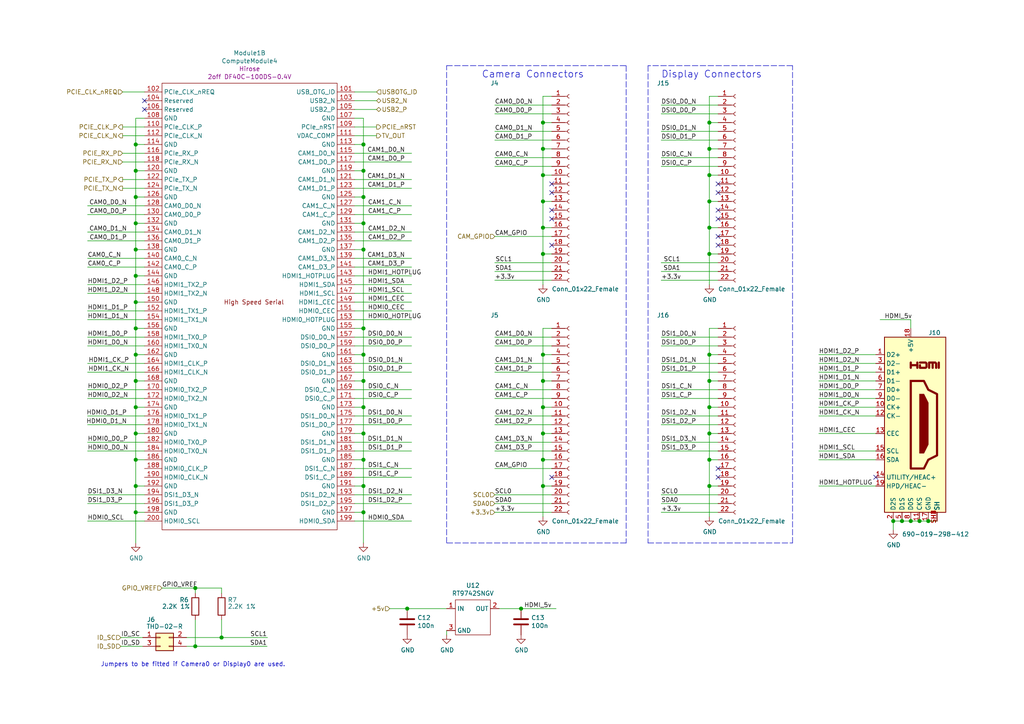
<source format=kicad_sch>
(kicad_sch (version 20250114) (generator "eeschema") (generator_version "9.0")
  (paper "A4")
  (title_block (title "Compute Module 4 IO USB3 Board - CM4 - Highspeed") (rev "1") (company "Copyright © 2020-2022 Raspberry Pi Ltd (formerly Raspberry Pi (Trading) Ltd.)") (comment 1 "www.raspberrypi.com"))
  (text "Jumpers to be fitted if Camera0 or Display0 are used.\n" (at 82.804 193.548 0) (effects (font (size 1.27 1.27)) (justify right bottom)))
  (text "Display Connectors" (at 191.77 22.86 0) (effects (font (size 2.0066 2.0066)) (justify left bottom)))
  (text "Camera Connectors" (at 139.7 22.86 0) (effects (font (size 2.0066 2.0066)) (justify left bottom)))
  (junction (at 205.74 58.42) (diameter 1.016))
  (junction (at 157.48 102.87) (diameter 1.016))
  (junction (at 157.48 50.8) (diameter 1.016))
  (junction (at 205.74 66.04) (diameter 1.016))
  (junction (at 39.37 148.59) (diameter 1.016))
  (junction (at 39.37 133.35) (diameter 1.016))
  (junction (at 205.74 43.18) (diameter 1.016))
  (junction (at 205.74 118.11) (diameter 1.016))
  (junction (at 105.41 133.35) (diameter 1.016))
  (junction (at 39.37 72.39) (diameter 1.016))
  (junction (at 64.262 184.912) (diameter 1.016))
  (junction (at 105.41 57.15) (diameter 1.016))
  (junction (at 157.48 43.18) (diameter 1.016))
  (junction (at 157.48 58.42) (diameter 1.016))
  (junction (at 205.74 140.97) (diameter 1.016))
  (junction (at 205.74 133.35) (diameter 1.016))
  (junction (at 105.41 148.59) (diameter 1.016))
  (junction (at 39.37 41.91) (diameter 1.016))
  (junction (at 205.74 102.87) (diameter 1.016))
  (junction (at 105.41 41.91) (diameter 1.016))
  (junction (at 157.48 125.73) (diameter 1.016))
  (junction (at 39.37 57.15) (diameter 1.016))
  (junction (at 105.41 102.87) (diameter 1.016))
  (junction (at 118.11 176.53) (diameter 1.016))
  (junction (at 105.41 125.73) (diameter 1.016))
  (junction (at 157.48 73.66) (diameter 1.016))
  (junction (at 157.48 118.11) (diameter 1.016))
  (junction (at 56.642 187.452) (diameter 1.016))
  (junction (at 39.37 80.01) (diameter 1.016))
  (junction (at 105.41 118.11) (diameter 1.016))
  (junction (at 157.48 35.56) (diameter 1.016))
  (junction (at 205.74 125.73) (diameter 1.016))
  (junction (at 56.642 170.561) (diameter 1.016))
  (junction (at 39.37 49.53) (diameter 1.016))
  (junction (at 266.7 151.13) (diameter 1.016))
  (junction (at 105.41 64.77) (diameter 1.016))
  (junction (at 261.62 151.13) (diameter 1.016))
  (junction (at 105.41 49.53) (diameter 1.016))
  (junction (at 39.37 140.97) (diameter 1.016))
  (junction (at 105.41 140.97) (diameter 1.016))
  (junction (at 157.48 133.35) (diameter 1.016))
  (junction (at 105.41 95.25) (diameter 1.016))
  (junction (at 157.48 66.04) (diameter 1.016))
  (junction (at 39.37 102.87) (diameter 1.016))
  (junction (at 205.74 50.8) (diameter 1.016))
  (junction (at 259.08 151.13) (diameter 1.016))
  (junction (at 39.37 118.11) (diameter 1.016))
  (junction (at 39.37 87.63) (diameter 1.016))
  (junction (at 264.16 151.13) (diameter 1.016))
  (junction (at 105.41 72.39) (diameter 1.016))
  (junction (at 205.74 73.66) (diameter 1.016))
  (junction (at 105.41 110.49) (diameter 1.016))
  (junction (at 39.37 64.77) (diameter 1.016))
  (junction (at 151.13 176.53) (diameter 1.016))
  (junction (at 205.74 110.49) (diameter 1.016))
  (junction (at 39.37 95.25) (diameter 1.016))
  (junction (at 269.24 151.13) (diameter 1.016))
  (junction (at 157.48 110.49) (diameter 1.016))
  (junction (at 205.74 35.56) (diameter 1.016))
  (junction (at 157.48 140.97) (diameter 1.016))
  (junction (at 39.37 125.73) (diameter 1.016))
  (junction (at 39.37 110.49) (diameter 1.016))
  (no_connect (at 41.91 29.21))
  (no_connect (at 160.02 138.43))
  (no_connect (at 208.28 68.58))
  (no_connect (at 208.28 53.34))
  (no_connect (at 160.02 63.5))
  (no_connect (at 208.28 138.43))
  (no_connect (at 208.28 60.96))
  (no_connect (at 254 138.43))
  (no_connect (at 160.02 71.12))
  (no_connect (at 160.02 55.88))
  (no_connect (at 41.91 31.75))
  (no_connect (at 208.28 71.12))
  (no_connect (at 208.28 63.5))
  (no_connect (at 160.02 53.34))
  (no_connect (at 208.28 55.88))
  (no_connect (at 208.28 135.89))
  (no_connect (at 160.02 60.96))
  (wire (pts (xy 191.77 107.95) (xy 208.28 107.95)))
  (wire (pts (xy 160.02 81.28) (xy 143.51 81.28)))
  (wire (pts (xy 102.87 146.05) (xy 119.38 146.05)))
  (wire (pts (xy 237.49 107.95) (xy 254 107.95)))
  (wire (pts (xy 25.4 113.03) (xy 41.91 113.03)))
  (wire (pts (xy 25.4 143.51) (xy 41.91 143.51)))
  (wire (pts (xy 157.48 110.49) (xy 157.48 118.11)))
  (wire (pts (xy 205.74 27.94) (xy 205.74 35.56)))
  (wire (pts (xy 102.87 39.37) (xy 109.22 39.37)))
  (wire (pts (xy 39.37 64.77) (xy 39.37 72.39)))
  (wire (pts (xy 39.37 140.97) (xy 39.37 148.59)))
  (wire (pts (xy 39.37 34.29) (xy 39.37 41.91)))
  (wire (pts (xy 119.38 54.61) (xy 102.87 54.61)))
  (wire (pts (xy 39.37 87.63) (xy 39.37 95.25)))
  (wire (pts (xy 157.48 66.04) (xy 157.48 73.66)))
  (wire (pts (xy 157.48 50.8) (xy 157.48 58.42)))
  (wire (pts (xy 41.91 120.65) (xy 25.4 120.65)))
  (wire (pts (xy 39.37 72.39) (xy 39.37 80.01)))
  (wire (pts (xy 39.37 102.87) (xy 39.37 110.49)))
  (wire (pts (xy 105.41 49.53) (xy 105.41 41.91)))
  (wire (pts (xy 143.51 48.26) (xy 160.02 48.26)))
  (wire (pts (xy 191.77 130.81) (xy 208.28 130.81)))
  (wire (pts (xy 102.87 31.75) (xy 109.22 31.75)))
  (wire (pts (xy 39.37 87.63) (xy 41.91 87.63)))
  (wire (pts (xy 41.91 62.23) (xy 25.4 62.23)))
  (wire (pts (xy 143.51 45.72) (xy 160.02 45.72)))
  (wire (pts (xy 160.02 68.58) (xy 143.51 68.58)))
  (wire (pts (xy 205.74 102.87) (xy 205.74 110.49)))
  (wire (pts (xy 157.48 133.35) (xy 160.02 133.35)))
  (wire (pts (xy 157.48 102.87) (xy 157.48 110.49)))
  (wire (pts (xy 39.37 110.49) (xy 39.37 118.11)))
  (wire (pts (xy 39.37 49.53) (xy 39.37 57.15)))
  (wire (pts (xy 39.37 133.35) (xy 41.91 133.35)))
  (wire (pts (xy 105.41 72.39) (xy 105.41 64.77)))
  (wire (pts (xy 118.11 176.53) (xy 129.54 176.53)))
  (wire (pts (xy 143.51 40.64) (xy 160.02 40.64)))
  (wire (pts (xy 119.38 120.65) (xy 102.87 120.65)))
  (polyline (pts (xy 181.61 19.05) (xy 181.61 157.48)) (stroke (width 0) (type dash)))
  (wire (pts (xy 205.74 35.56) (xy 208.28 35.56)))
  (wire (pts (xy 35.56 39.37) (xy 41.91 39.37)))
  (wire (pts (xy 39.37 110.49) (xy 41.91 110.49)))
  (wire (pts (xy 41.91 148.59) (xy 39.37 148.59)))
  (wire (pts (xy 157.48 125.73) (xy 157.48 133.35)))
  (wire (pts (xy 102.87 102.87) (xy 105.41 102.87)))
  (wire (pts (xy 144.78 176.53) (xy 151.13 176.53)))
  (wire (pts (xy 157.48 118.11) (xy 160.02 118.11)))
  (wire (pts (xy 39.37 57.15) (xy 39.37 64.77)))
  (wire (pts (xy 46.99 170.561) (xy 56.642 170.561)))
  (wire (pts (xy 25.4 115.57) (xy 41.91 115.57)))
  (wire (pts (xy 56.642 170.561) (xy 64.262 170.561)))
  (wire (pts (xy 56.642 179.705) (xy 56.642 187.452)))
  (wire (pts (xy 269.24 151.13) (xy 271.78 151.13)))
  (wire (pts (xy 208.28 81.28) (xy 191.77 81.28)))
  (wire (pts (xy 102.87 41.91) (xy 105.41 41.91)))
  (wire (pts (xy 191.77 97.79) (xy 208.28 97.79)))
  (wire (pts (xy 160.02 143.51) (xy 143.51 143.51)))
  (wire (pts (xy 157.48 50.8) (xy 160.02 50.8)))
  (wire (pts (xy 25.4 74.93) (xy 41.91 74.93)))
  (wire (pts (xy 25.4 128.27) (xy 41.91 128.27)))
  (wire (pts (xy 105.41 125.73) (xy 105.41 133.35)))
  (wire (pts (xy 205.74 58.42) (xy 208.28 58.42)))
  (wire (pts (xy 205.74 95.25) (xy 205.74 102.87)))
  (wire (pts (xy 237.49 130.81) (xy 254 130.81)))
  (wire (pts (xy 102.87 151.13) (xy 119.38 151.13)))
  (wire (pts (xy 64.262 170.561) (xy 64.262 172.085)))
  (wire (pts (xy 237.49 133.35) (xy 254 133.35)))
  (wire (pts (xy 157.48 43.18) (xy 157.48 50.8)))
  (wire (pts (xy 41.91 67.31) (xy 25.4 67.31)))
  (wire (pts (xy 105.41 118.11) (xy 105.41 125.73)))
  (wire (pts (xy 191.77 113.03) (xy 208.28 113.03)))
  (wire (pts (xy 102.87 87.63) (xy 119.38 87.63)))
  (wire (pts (xy 25.4 130.81) (xy 41.91 130.81)))
  (wire (pts (xy 54.102 187.452) (xy 56.642 187.452)))
  (wire (pts (xy 102.87 80.01) (xy 119.38 80.01)))
  (wire (pts (xy 259.08 151.13) (xy 259.08 153.67)))
  (wire (pts (xy 25.4 77.47) (xy 41.91 77.47)))
  (polyline (pts (xy 187.96 19.05) (xy 187.96 157.48)) (stroke (width 0) (type dash)))
  (wire (pts (xy 160.02 78.74) (xy 143.51 78.74)))
  (wire (pts (xy 237.49 110.49) (xy 254 110.49)))
  (wire (pts (xy 41.91 69.85) (xy 25.4 69.85)))
  (wire (pts (xy 143.51 135.89) (xy 160.02 135.89)))
  (wire (pts (xy 105.41 148.59) (xy 105.41 157.48)))
  (wire (pts (xy 191.77 48.26) (xy 208.28 48.26)))
  (wire (pts (xy 41.91 44.45) (xy 35.56 44.45)))
  (wire (pts (xy 119.38 77.47) (xy 102.87 77.47)))
  (wire (pts (xy 151.13 176.53) (xy 161.29 176.53)))
  (wire (pts (xy 56.642 170.561) (xy 56.642 172.085)))
  (wire (pts (xy 102.87 133.35) (xy 105.41 133.35)))
  (wire (pts (xy 35.56 54.61) (xy 41.91 54.61)))
  (wire (pts (xy 205.74 118.11) (xy 205.74 125.73)))
  (wire (pts (xy 102.87 90.17) (xy 119.38 90.17)))
  (wire (pts (xy 129.54 182.88) (xy 129.54 184.15)))
  (wire (pts (xy 205.74 35.56) (xy 205.74 43.18)))
  (wire (pts (xy 237.49 140.97) (xy 254 140.97)))
  (wire (pts (xy 39.37 64.77) (xy 41.91 64.77)))
  (wire (pts (xy 119.38 44.45) (xy 102.87 44.45)))
  (wire (pts (xy 205.74 133.35) (xy 208.28 133.35)))
  (wire (pts (xy 102.87 49.53) (xy 105.41 49.53)))
  (wire (pts (xy 119.38 128.27) (xy 102.87 128.27)))
  (wire (pts (xy 143.51 128.27) (xy 160.02 128.27)))
  (wire (pts (xy 25.4 100.33) (xy 41.91 100.33)))
  (wire (pts (xy 143.51 105.41) (xy 160.02 105.41)))
  (wire (pts (xy 208.28 146.05) (xy 191.77 146.05)))
  (wire (pts (xy 191.77 105.41) (xy 208.28 105.41)))
  (wire (pts (xy 237.49 105.41) (xy 254 105.41)))
  (wire (pts (xy 41.91 46.99) (xy 35.56 46.99)))
  (wire (pts (xy 105.41 95.25) (xy 105.41 102.87)))
  (wire (pts (xy 143.51 123.19) (xy 160.02 123.19)))
  (wire (pts (xy 143.51 107.95) (xy 160.02 107.95)))
  (wire (pts (xy 39.37 118.11) (xy 39.37 125.73)))
  (wire (pts (xy 205.74 43.18) (xy 208.28 43.18)))
  (wire (pts (xy 25.4 85.09) (xy 41.91 85.09)))
  (wire (pts (xy 39.37 41.91) (xy 41.91 41.91)))
  (polyline (pts (xy 129.54 19.05) (xy 181.61 19.05)) (stroke (width 0) (type dash)))
  (wire (pts (xy 157.48 58.42) (xy 157.48 66.04)))
  (wire (pts (xy 41.91 140.97) (xy 39.37 140.97)))
  (wire (pts (xy 208.28 148.59) (xy 191.77 148.59)))
  (wire (pts (xy 119.38 74.93) (xy 102.87 74.93)))
  (wire (pts (xy 56.642 187.452) (xy 77.47 187.452)))
  (wire (pts (xy 205.74 110.49) (xy 205.74 118.11)))
  (wire (pts (xy 208.28 76.2) (xy 191.77 76.2)))
  (wire (pts (xy 191.77 128.27) (xy 208.28 128.27)))
  (wire (pts (xy 205.74 125.73) (xy 208.28 125.73)))
  (wire (pts (xy 191.77 38.1) (xy 208.28 38.1)))
  (wire (pts (xy 157.48 95.25) (xy 157.48 102.87)))
  (wire (pts (xy 119.38 97.79) (xy 102.87 97.79)))
  (wire (pts (xy 39.37 125.73) (xy 41.91 125.73)))
  (wire (pts (xy 143.51 38.1) (xy 160.02 38.1)))
  (wire (pts (xy 113.03 176.53) (xy 118.11 176.53)))
  (wire (pts (xy 160.02 76.2) (xy 143.51 76.2)))
  (wire (pts (xy 102.87 69.85) (xy 119.38 69.85)))
  (wire (pts (xy 102.87 57.15) (xy 105.41 57.15)))
  (wire (pts (xy 157.48 140.97) (xy 160.02 140.97)))
  (wire (pts (xy 205.74 140.97) (xy 205.74 149.86)))
  (wire (pts (xy 102.87 59.69) (xy 119.38 59.69)))
  (wire (pts (xy 205.74 118.11) (xy 208.28 118.11)))
  (wire (pts (xy 102.87 118.11) (xy 105.41 118.11)))
  (wire (pts (xy 255.27 92.71) (xy 264.16 92.71)))
  (wire (pts (xy 205.74 66.04) (xy 205.74 73.66)))
  (wire (pts (xy 102.87 95.25) (xy 105.41 95.25)))
  (wire (pts (xy 205.74 58.42) (xy 205.74 66.04)))
  (wire (pts (xy 35.052 184.912) (xy 41.402 184.912)))
  (wire (pts (xy 157.48 140.97) (xy 157.48 149.86)))
  (wire (pts (xy 35.56 36.83) (xy 41.91 36.83)))
  (wire (pts (xy 105.41 140.97) (xy 105.41 148.59)))
  (wire (pts (xy 105.41 57.15) (xy 105.41 49.53)))
  (wire (pts (xy 35.56 26.67) (xy 41.91 26.67)))
  (wire (pts (xy 205.74 133.35) (xy 205.74 140.97)))
  (wire (pts (xy 143.51 130.81) (xy 160.02 130.81)))
  (polyline (pts (xy 229.87 19.05) (xy 187.96 19.05)) (stroke (width 0) (type dash)))
  (wire (pts (xy 102.87 135.89) (xy 119.38 135.89)))
  (wire (pts (xy 264.16 92.71) (xy 264.16 95.25)))
  (wire (pts (xy 191.77 33.02) (xy 208.28 33.02)))
  (wire (pts (xy 237.49 113.03) (xy 254 113.03)))
  (wire (pts (xy 102.87 92.71) (xy 119.38 92.71)))
  (wire (pts (xy 259.08 151.13) (xy 261.62 151.13)))
  (wire (pts (xy 157.48 35.56) (xy 157.48 43.18)))
  (wire (pts (xy 205.74 66.04) (xy 208.28 66.04)))
  (wire (pts (xy 35.56 52.07) (xy 41.91 52.07)))
  (wire (pts (xy 191.77 120.65) (xy 208.28 120.65)))
  (wire (pts (xy 160.02 148.59) (xy 143.51 148.59)))
  (wire (pts (xy 102.87 67.31) (xy 119.38 67.31)))
  (wire (pts (xy 119.38 52.07) (xy 102.87 52.07)))
  (wire (pts (xy 25.4 90.17) (xy 41.91 90.17)))
  (wire (pts (xy 143.51 97.79) (xy 160.02 97.79)))
  (wire (pts (xy 208.28 95.25) (xy 205.74 95.25)))
  (wire (pts (xy 105.41 110.49) (xy 105.41 118.11)))
  (wire (pts (xy 41.91 107.95) (xy 25.4 107.95)))
  (wire (pts (xy 39.37 95.25) (xy 41.91 95.25)))
  (wire (pts (xy 261.62 151.13) (xy 264.16 151.13)))
  (wire (pts (xy 39.37 118.11) (xy 41.91 118.11)))
  (wire (pts (xy 157.48 73.66) (xy 160.02 73.66)))
  (wire (pts (xy 143.51 120.65) (xy 160.02 120.65)))
  (wire (pts (xy 102.87 64.77) (xy 105.41 64.77)))
  (wire (pts (xy 41.91 34.29) (xy 39.37 34.29)))
  (wire (pts (xy 157.48 66.04) (xy 160.02 66.04)))
  (polyline (pts (xy 229.87 157.48) (xy 229.87 19.05)) (stroke (width 0) (type dash)))
  (wire (pts (xy 64.262 184.912) (xy 77.597 184.912)))
  (wire (pts (xy 237.49 102.87) (xy 254 102.87)))
  (wire (pts (xy 25.4 146.05) (xy 41.91 146.05)))
  (wire (pts (xy 237.49 115.57) (xy 254 115.57)))
  (wire (pts (xy 102.87 143.51) (xy 119.38 143.51)))
  (wire (pts (xy 208.28 143.51) (xy 191.77 143.51)))
  (wire (pts (xy 157.48 110.49) (xy 160.02 110.49)))
  (wire (pts (xy 143.51 30.48) (xy 160.02 30.48)))
  (wire (pts (xy 39.37 72.39) (xy 41.91 72.39)))
  (wire (pts (xy 39.37 125.73) (xy 39.37 133.35)))
  (wire (pts (xy 102.87 62.23) (xy 119.38 62.23)))
  (wire (pts (xy 119.38 46.99) (xy 102.87 46.99)))
  (wire (pts (xy 39.37 102.87) (xy 41.91 102.87)))
  (wire (pts (xy 237.49 125.73) (xy 254 125.73)))
  (wire (pts (xy 157.48 102.87) (xy 160.02 102.87)))
  (wire (pts (xy 264.16 151.13) (xy 266.7 151.13)))
  (wire (pts (xy 102.87 125.73) (xy 105.41 125.73)))
  (wire (pts (xy 237.49 120.65) (xy 254 120.65)))
  (wire (pts (xy 205.74 102.87) (xy 208.28 102.87)))
  (wire (pts (xy 39.37 57.15) (xy 41.91 57.15)))
  (wire (pts (xy 157.48 35.56) (xy 160.02 35.56)))
  (wire (pts (xy 208.28 27.94) (xy 205.74 27.94)))
  (wire (pts (xy 119.38 100.33) (xy 102.87 100.33)))
  (wire (pts (xy 25.4 97.79) (xy 41.91 97.79)))
  (wire (pts (xy 25.4 151.13) (xy 41.91 151.13)))
  (wire (pts (xy 143.51 100.33) (xy 160.02 100.33)))
  (wire (pts (xy 102.87 110.49) (xy 105.41 110.49)))
  (wire (pts (xy 266.7 151.13) (xy 269.24 151.13)))
  (wire (pts (xy 160.02 95.25) (xy 157.48 95.25)))
  (wire (pts (xy 64.262 179.705) (xy 64.262 184.912)))
  (wire (pts (xy 102.87 82.55) (xy 119.38 82.55)))
  (wire (pts (xy 25.4 92.71) (xy 41.91 92.71)))
  (wire (pts (xy 39.37 133.35) (xy 39.37 140.97)))
  (wire (pts (xy 191.77 100.33) (xy 208.28 100.33)))
  (wire (pts (xy 102.87 29.21) (xy 109.22 29.21)))
  (wire (pts (xy 105.41 41.91) (xy 105.41 34.29)))
  (wire (pts (xy 35.052 187.452) (xy 41.402 187.452)))
  (wire (pts (xy 157.48 118.11) (xy 157.48 125.73)))
  (wire (pts (xy 105.41 64.77) (xy 105.41 57.15)))
  (wire (pts (xy 102.87 105.41) (xy 119.38 105.41)))
  (wire (pts (xy 41.91 105.41) (xy 25.4 105.41)))
  (polyline (pts (xy 187.96 157.48) (xy 229.87 157.48)) (stroke (width 0) (type dash)))
  (wire (pts (xy 208.28 78.74) (xy 191.77 78.74)))
  (wire (pts (xy 160.02 146.05) (xy 143.51 146.05)))
  (wire (pts (xy 102.87 107.95) (xy 119.38 107.95)))
  (wire (pts (xy 39.37 80.01) (xy 41.91 80.01)))
  (wire (pts (xy 105.41 133.35) (xy 105.41 140.97)))
  (wire (pts (xy 39.37 49.53) (xy 41.91 49.53)))
  (wire (pts (xy 102.87 36.83) (xy 109.22 36.83)))
  (wire (pts (xy 119.38 123.19) (xy 102.87 123.19)))
  (wire (pts (xy 105.41 72.39) (xy 105.41 95.25)))
  (wire (pts (xy 157.48 43.18) (xy 160.02 43.18)))
  (wire (pts (xy 143.51 113.03) (xy 160.02 113.03)))
  (wire (pts (xy 39.37 95.25) (xy 39.37 102.87)))
  (wire (pts (xy 205.74 140.97) (xy 208.28 140.97)))
  (wire (pts (xy 102.87 72.39) (xy 105.41 72.39)))
  (wire (pts (xy 54.102 184.912) (xy 64.262 184.912)))
  (wire (pts (xy 157.48 58.42) (xy 160.02 58.42)))
  (polyline (pts (xy 129.54 157.48) (xy 129.54 19.05)) (stroke (width 0) (type dash)))
  (wire (pts (xy 191.77 40.64) (xy 208.28 40.64)))
  (wire (pts (xy 102.87 115.57) (xy 119.38 115.57)))
  (wire (pts (xy 105.41 34.29) (xy 102.87 34.29)))
  (wire (pts (xy 143.51 33.02) (xy 160.02 33.02)))
  (wire (pts (xy 25.4 82.55) (xy 41.91 82.55)))
  (wire (pts (xy 157.48 133.35) (xy 157.48 140.97)))
  (wire (pts (xy 105.41 102.87) (xy 105.41 110.49)))
  (wire (pts (xy 41.91 123.19) (xy 25.4 123.19)))
  (wire (pts (xy 102.87 85.09) (xy 119.38 85.09)))
  (wire (pts (xy 39.37 80.01) (xy 39.37 87.63)))
  (wire (pts (xy 39.37 148.59) (xy 39.37 157.48)))
  (wire (pts (xy 205.74 73.66) (xy 208.28 73.66)))
  (wire (pts (xy 160.02 27.94) (xy 157.48 27.94)))
  (wire (pts (xy 205.74 125.73) (xy 205.74 133.35)))
  (wire (pts (xy 102.87 148.59) (xy 105.41 148.59)))
  (wire (pts (xy 191.77 115.57) (xy 208.28 115.57)))
  (wire (pts (xy 39.37 41.91) (xy 39.37 49.53)))
  (wire (pts (xy 157.48 125.73) (xy 160.02 125.73)))
  (wire (pts (xy 205.74 50.8) (xy 205.74 58.42)))
  (wire (pts (xy 102.87 140.97) (xy 105.41 140.97)))
  (wire (pts (xy 205.74 110.49) (xy 208.28 110.49)))
  (wire (pts (xy 41.91 59.69) (xy 25.4 59.69)))
  (wire (pts (xy 191.77 45.72) (xy 208.28 45.72)))
  (wire (pts (xy 205.74 73.66) (xy 205.74 82.55)))
  (wire (pts (xy 119.38 130.81) (xy 102.87 130.81)))
  (wire (pts (xy 205.74 50.8) (xy 208.28 50.8)))
  (wire (pts (xy 157.48 73.66) (xy 157.48 82.55)))
  (polyline (pts (xy 181.61 157.48) (xy 129.54 157.48)) (stroke (width 0) (type dash)))
  (wire (pts (xy 191.77 30.48) (xy 208.28 30.48)))
  (wire (pts (xy 191.77 123.19) (xy 208.28 123.19)))
  (wire (pts (xy 102.87 138.43) (xy 119.38 138.43)))
  (wire (pts (xy 143.51 115.57) (xy 160.02 115.57)))
  (wire (pts (xy 102.87 113.03) (xy 119.38 113.03)))
  (wire (pts (xy 109.22 26.67) (xy 102.87 26.67)))
  (wire (pts (xy 157.48 27.94) (xy 157.48 35.56)))
  (wire (pts (xy 237.49 118.11) (xy 254 118.11)))
  (wire (pts (xy 205.74 43.18) (xy 205.74 50.8)))
  (label "+3.3v" (at 143.51 81.28 0))
  (label "HDMI0_D1_N" (at 36.83 123.19 180))
  (label "DSI1_D3_P" (at 25.4 146.05 0))
  (label "CAM1_D1_P" (at 117.475 54.61 180))
  (label "DSI0_C_P" (at 191.77 48.26 0))
  (label "SCL1" (at 197.358 76.2 180))
  (label "SDA0" (at 191.77 146.05 0))
  (label "CAM1_D2_N" (at 143.51 120.65 0))
  (label "HDMI1_CEC" (at 106.68 87.63 0))
  (label "CAM0_D1_P" (at 143.51 40.64 0))
  (label "DSI0_D1_N" (at 191.77 38.1 0))
  (label "DSI0_D1_P" (at 106.68 107.95 0))
  (label "SDA0" (at 143.51 146.05 0))
  (label "CAM1_D0_P" (at 117.475 46.99 180))
  (label "+3.3v" (at 191.77 81.28 0))
  (label "DSI1_D1_P" (at 191.77 107.95 0))
  (label "DSI1_C_N" (at 106.68 135.89 0))
  (label "CAM0_C_N" (at 143.51 45.72 0))
  (label "DSI1_C_N" (at 191.77 113.03 0))
  (label "CAM1_D0_N" (at 143.51 97.79 0))
  (label "DSI1_D3_N" (at 191.77 128.27 0))
  (label "HDMI1_D1_P" (at 25.4 90.17 0))
  (label "CAM0_D1_P" (at 36.83 69.85 180))
  (label "SCL0" (at 143.51 143.51 0))
  (label "ID_SC" (at 40.64 184.912 180))
  (label "HDMI0_D2_P" (at 25.4 113.03 0))
  (label "SCL0" (at 191.77 143.51 0))
  (label "DSI1_D2_N" (at 106.68 143.51 0))
  (label "HDMI1_SDA" (at 237.49 133.35 0))
  (label "+3.3v" (at 143.51 148.59 0))
  (label "ID_SD" (at 40.64 187.452 180))
  (label "HDMI1_D1_P" (at 237.49 107.95 0))
  (label "SCL1" (at 148.59 76.2 180))
  (label "CAM0_C_N" (at 25.4 74.93 0))
  (label "DSI0_D0_N" (at 191.77 30.48 0))
  (label "DSI0_C_P" (at 106.68 115.57 0))
  (label "HDMI1_D0_P" (at 237.49 113.03 0))
  (label "CAM0_D1_N" (at 143.51 38.1 0))
  (label "CAM0_D0_N" (at 143.51 30.48 0))
  (label "DSI0_D0_P" (at 116.84 100.33 180))
  (label "HDMI1_D0_P" (at 25.4 97.79 0))
  (label "CAM0_C_P" (at 25.4 77.47 0))
  (label "CAM1_D3_P" (at 117.475 77.47 180))
  (label "DSI1_D2_P" (at 191.77 123.19 0))
  (label "DSI1_D0_P" (at 191.77 100.33 0))
  (label "SDA1" (at 197.358 78.74 180))
  (label "CAM0_D0_N" (at 36.83 59.69 180))
  (label "CAM_GPIO" (at 143.51 68.58 0))
  (label "CAM1_D0_P" (at 143.51 100.33 0))
  (label "DSI0_C_N" (at 106.68 113.03 0))
  (label "CAM0_C_P" (at 143.51 48.26 0))
  (label "HDMI1_D2_N" (at 25.4 85.09 0))
  (label "CAM1_C_P" (at 106.68 62.23 0))
  (label "CAM0_D0_P" (at 143.51 33.02 0))
  (label "DSI1_C_P" (at 106.68 138.43 0))
  (label "HDMI1_CK_P" (at 237.49 118.11 0))
  (label "HDMI0_CEC" (at 106.68 90.17 0))
  (label "HDMI0_D2_N" (at 25.4 115.57 0))
  (label "DSI1_D3_P" (at 191.77 130.81 0))
  (label "HDMI1_D0_N" (at 25.4 100.33 0))
  (label "DSI0_D0_P" (at 191.77 33.02 0))
  (label "DSI1_D1_N" (at 116.84 128.27 180))
  (label "DSI1_D0_N" (at 191.77 97.79 0))
  (label "CAM1_D2_N" (at 106.68 67.31 0))
  (label "HDMI0_D1_P" (at 36.83 120.65 180))
  (label "CAM1_D3_N" (at 117.475 74.93 180))
  (label "HDMI0_D0_P" (at 25.4 128.27 0))
  (label "CAM1_C_N" (at 143.51 113.03 0))
  (label "DSI1_D2_N" (at 191.77 120.65 0))
  (label "CAM1_D2_P" (at 106.68 69.85 0))
  (label "HDMI1_D1_N" (at 237.49 110.49 0))
  (label "HDMI1_D1_N" (at 25.4 92.71 0))
  (label "HDMI1_HOTPLUG" (at 237.49 140.97 0))
  (label "CAM1_D2_P" (at 143.51 123.19 0))
  (label "CAM1_D1_N" (at 117.475 52.07 180))
  (label "CAM1_D3_P" (at 143.51 130.81 0))
  (label "HDMI1_CK_P" (at 37.465 105.41 180))
  (label "CAM1_D1_N" (at 143.51 105.41 0))
  (label "HDMI_5v" (at 160.02 176.53 180))
  (label "CAM1_D3_N" (at 143.51 128.27 0))
  (label "DSI0_D0_N" (at 116.84 97.79 180))
  (label "HDMI1_HOTPLUG" (at 106.68 80.01 0))
  (label "HDMI1_SCL" (at 106.68 85.09 0))
  (label "HDMI1_D2_N" (at 237.49 105.41 0))
  (label "CAM0_D1_N" (at 36.83 67.31 180))
  (label "HDMI1_D2_P" (at 237.49 102.87 0))
  (label "HDMI1_D0_N" (at 237.49 115.57 0))
  (label "HDMI0_SCL" (at 25.4 151.13 0))
  (label "DSI1_D0_N" (at 116.84 120.65 180))
  (label "HDMI1_CK_N" (at 237.49 120.65 0))
  (label "DSI1_D0_P" (at 116.84 123.19 180))
  (label "CAM1_D1_P" (at 143.51 107.95 0))
  (label "HDMI_5v" (at 256.54 92.71 0))
  (label "HDMI1_CEC" (at 237.49 125.73 0))
  (label "DSI1_D1_N" (at 191.77 105.41 0))
  (label "SDA1" (at 148.59 78.74 180))
  (label "DSI1_D2_P" (at 106.68 146.05 0))
  (label "CAM0_D0_P" (at 36.83 62.23 180))
  (label "DSI1_D1_P" (at 116.84 130.81 180))
  (label "HDMI1_D2_P" (at 25.4 82.55 0))
  (label "DSI0_C_N" (at 191.77 45.72 0))
  (label "HDMI0_HOTPLUG" (at 106.68 92.71 0))
  (label "CAM1_D0_N" (at 117.475 44.45 180))
  (label "CAM1_C_P" (at 143.51 115.57 0))
  (label "+3.3v" (at 191.77 148.59 0))
  (label "SCL1" (at 77.47 184.912 180))
  (label "SDA1" (at 77.47 187.452 180))
  (label "DSI0_D1_P" (at 191.77 40.64 0))
  (label "CAM_GPIO" (at 143.51 135.89 0))
  (label "HDMI0_D0_N" (at 25.4 130.81 0))
  (label "GPIO_VREF" (at 46.99 170.561 0))
  (label "HDMI0_SDA" (at 106.68 151.13 0))
  (label "DSI1_C_P" (at 191.77 115.57 0))
  (label "HDMI1_SCL" (at 237.49 130.81 0))
  (label "HDMI1_CK_N" (at 37.465 107.95 180))
  (label "CAM1_C_N" (at 106.68 59.69 0))
  (label "DSI1_D3_N" (at 25.4 143.51 0))
  (label "DSI0_D1_N" (at 106.68 105.41 0))
  (label "HDMI1_SDA" (at 106.68 82.55 0))
  (hierarchical_label "USBOTG_ID" (shape input) (at 109.22 26.67 0))
  (hierarchical_label "PCIE_CLK_P" (shape output) (at 35.56 36.83 180))
  (hierarchical_label "PCIE_RX_N" (shape input) (at 35.56 46.99 180))
  (hierarchical_label "+5v" (shape input) (at 113.03 176.53 180))
  (hierarchical_label "SCL0" (shape input) (at 143.51 143.51 180))
  (hierarchical_label "PCIE_CLK_nREQ" (shape input) (at 35.56 26.67 180))
  (hierarchical_label "ID_SC" (shape input) (at 35.052 184.912 180))
  (hierarchical_label "PCIE_RX_P" (shape input) (at 35.56 44.45 180))
  (hierarchical_label "GPIO_VREF" (shape input) (at 46.99 170.561 180))
  (hierarchical_label "+3.3v" (shape input) (at 143.51 148.59 180))
  (hierarchical_label "USB2_P" (shape bidirectional) (at 109.22 31.75 0))
  (hierarchical_label "USB2_N" (shape bidirectional) (at 109.22 29.21 0))
  (hierarchical_label "PCIE_TX_P" (shape output) (at 35.56 52.07 180))
  (hierarchical_label "ID_SD" (shape input) (at 35.052 187.452 180))
  (hierarchical_label "TV_OUT" (shape output) (at 109.22 39.37 0))
  (hierarchical_label "PCIE_CLK_N" (shape output) (at 35.56 39.37 180))
  (hierarchical_label "PCIE_nRST" (shape output) (at 109.22 36.83 0))
  (hierarchical_label "PCIE_TX_N" (shape output) (at 35.56 54.61 180))
  (hierarchical_label "SDA0" (shape input) (at 143.51 146.05 180))
  (hierarchical_label "CAM_GPIO" (shape input) (at 143.51 68.58 180))
  (symbol (lib_id "power:GND") (at 259.08 153.67 0) (unit 1)
    (property "Reference" "#PWR0129" (effects (hide yes)))
    (property "Value" "GND" (at 259.207 158.0642 0))
  )
  (symbol (lib_id "power:GND") (at 105.41 157.48 0) (unit 1)
    (property "Reference" "#PWR0130" (effects (hide yes)))
    (property "Value" "GND" (at 105.537 161.8742 0))
  )
  (symbol (lib_id "power:GND") (at 39.37 157.48 0) (unit 1)
    (property "Reference" "#PWR0131" (effects (hide yes)))
    (property "Value" "GND" (at 39.497 161.8742 0))
  )
  (symbol (lib_id "Connector:Conn_01x22_Female") (at 165.1 53.34 0) (unit 1)
    (property "Reference" "J4" (at 142.24 24.13 0) (effects (justify left)))
    (property "Value" "Conn_01x22_Female" (at 160.02 83.82 0) (effects (justify left)))
    (property "Footprint" "CM4IO:Hirose_FH12-22S-0.5SH_1x22-1MP_P0.50mm_Horizontal" (effects (hide yes)))
    (property "Datasheet" "https://www.hirose.com/product/document?clcode=&productname=&series=FH12&documenttype=Catalog&lang=en&documentid=D31648_en" (effects (hide yes)))
    (property "Field4" "Mouser" (effects (hide yes)))
    (property "Field5" "798-FH12-22S-0.5SH55" (effects (hide yes)))
    (property "Field6" "FH12-22S-0.5SH55" (effects (hide yes)))
    (property "Field7" "Hirose" (effects (hide yes)))
    (property "Part Description" "22 Position FFC, FPC Connector Contacts, Bottom 0.020\" (0.50mm) Surface Mount, Right Angle" (effects (hide yes)))
  )
  (symbol (lib_id "power:GND") (at 157.48 82.55 0) (unit 1)
    (property "Reference" "#PWR0132" (effects (hide yes)))
    (property "Value" "GND" (at 157.607 86.9442 0))
  )
  (symbol (lib_id "power:GND") (at 205.74 82.55 0) (unit 1)
    (property "Reference" "#PWR0133" (effects (hide yes)))
    (property "Value" "GND" (at 205.867 86.9442 0))
  )
  (symbol (lib_id "power:GND") (at 157.48 149.86 0) (unit 1)
    (property "Reference" "#PWR0134" (effects (hide yes)))
    (property "Value" "GND" (at 157.607 154.2542 0))
  )
  (symbol (lib_id "power:GND") (at 205.74 149.86 0) (unit 1)
    (property "Reference" "#PWR0135" (effects (hide yes)))
    (property "Value" "GND" (at 205.867 154.2542 0))
  )
  (symbol (lib_id "Device:R") (at 56.642 175.895 0) (unit 1)
    (property "Reference" "R6" (at 52.07 173.99 0) (effects (justify left)))
    (property "Value" "2.2K 1%" (at 46.99 175.895 0) (effects (justify left)))
    (property "Footprint" "Resistor_SMD:R_0402_1005Metric" (effects (hide yes)))
    (property "Datasheet" "https://fscdn.rohm.com/en/products/databook/datasheet/passive/resistor/chip_resistor/mcr-e.pdf" (effects (hide yes)))
    (property "Field4" "Farnell" (effects (hide yes)))
    (property "Field5" "9239278" (effects (hide yes)))
    (property "Field7" "KOA EUROPE GMBH" (effects (hide yes)))
    (property "Field6" "RK73G1ETQTP2201D         " (effects (hide yes)))
    (property "Part Description" "Resistor 2.2K M1005 1% 63mW" (effects (hide yes)))
    (property "Field8" "120889581" (effects (hide yes)))
  )
  (symbol (lib_id "Device:R") (at 64.262 175.895 0) (unit 1)
    (property "Reference" "R7" (at 66.04 173.99 0) (effects (justify left)))
    (property "Value" "2.2K 1%" (at 66.04 175.895 0) (effects (justify left)))
    (property "Footprint" "Resistor_SMD:R_0402_1005Metric" (effects (hide yes)))
    (property "Datasheet" "https://fscdn.rohm.com/en/products/databook/datasheet/passive/resistor/chip_resistor/mcr-e.pdf" (effects (hide yes)))
    (property "Field4" "Farnell" (effects (hide yes)))
    (property "Field5" "9239278" (effects (hide yes)))
    (property "Field7" "KOA EUROPE GMBH" (effects (hide yes)))
    (property "Field6" "RK73G1ETQTP2201D         " (effects (hide yes)))
    (property "Part Description" "Resistor 2.2K M1005 1% 63mW" (effects (hide yes)))
    (property "Field8" "120889581" (effects (hide yes)))
  )
  (symbol (lib_id "Connector:Conn_01x22_Female") (at 165.1 120.65 0) (unit 1)
    (property "Reference" "J5" (at 142.24 91.44 0) (effects (justify left)))
    (property "Value" "Conn_01x22_Female" (at 160.02 151.13 0) (effects (justify left)))
    (property "Footprint" "CM4IO:Hirose_FH12-22S-0.5SH_1x22-1MP_P0.50mm_Horizontal" (effects (hide yes)))
    (property "Datasheet" "https://www.hirose.com/product/document?clcode=&productname=&series=FH12&documenttype=Catalog&lang=en&documentid=D31648_en" (effects (hide yes)))
    (property "Field4" "Mouser" (effects (hide yes)))
    (property "Field5" "798-FH12-22S-0.5SH55" (effects (hide yes)))
    (property "Field6" "FH12-22S-0.5SH55" (effects (hide yes)))
    (property "Field7" "Hirose" (effects (hide yes)))
    (property "Part Description" "22 Position FFC, FPC Connector Contacts, Bottom 0.020\" (0.50mm) Surface Mount, Right Angle" (effects (hide yes)))
  )
  (symbol (lib_id "Connector:Conn_01x22_Female") (at 213.36 53.34 0) (unit 1)
    (property "Reference" "J15" (at 190.5 24.13 0) (effects (justify left)))
    (property "Value" "Conn_01x22_Female" (at 208.28 83.82 0) (effects (justify left)))
    (property "Footprint" "CM4IO:Hirose_FH12-22S-0.5SH_1x22-1MP_P0.50mm_Horizontal" (effects (hide yes)))
    (property "Datasheet" "https://www.hirose.com/product/document?clcode=&productname=&series=FH12&documenttype=Catalog&lang=en&documentid=D31648_en" (effects (hide yes)))
    (property "Field4" "Mouser" (effects (hide yes)))
    (property "Field5" "798-FH12-22S-0.5SH55" (effects (hide yes)))
    (property "Field6" "FH12-22S-0.5SH55" (effects (hide yes)))
    (property "Field7" "Hirose" (effects (hide yes)))
    (property "Part Description" "22 Position FFC, FPC Connector Contacts, Bottom 0.020\" (0.50mm) Surface Mount, Right Angle" (effects (hide yes)))
  )
  (symbol (lib_id "Connector:Conn_01x22_Female") (at 213.36 120.65 0) (unit 1)
    (property "Reference" "J16" (at 190.5 91.44 0) (effects (justify left)))
    (property "Value" "Conn_01x22_Female" (at 208.28 151.13 0) (effects (justify left)))
    (property "Footprint" "CM4IO:Hirose_FH12-22S-0.5SH_1x22-1MP_P0.50mm_Horizontal" (effects (hide yes)))
    (property "Datasheet" "https://www.hirose.com/product/document?clcode=&productname=&series=FH12&documenttype=Catalog&lang=en&documentid=D31648_en" (effects (hide yes)))
    (property "Field4" "Mouser" (effects (hide yes)))
    (property "Field5" "798-FH12-22S-0.5SH55" (effects (hide yes)))
    (property "Field6" "FH12-22S-0.5SH55" (effects (hide yes)))
    (property "Field7" "Hirose" (effects (hide yes)))
    (property "Part Description" "22 Position FFC, FPC Connector Contacts, Bottom 0.020\" (0.50mm) Surface Mount, Right Angle" (effects (hide yes)))
  )
  (symbol (lib_id "CM4IO:HDMI_A_1.4") (at 264.16 123.19 0) (unit 1)
    (property "Reference" "J10" (at 269.24 96.52 0) (effects (justify left)))
    (property "Value" "690-019-298-412" (at 261.62 154.94 0) (effects (justify left)))
    (property "Footprint" "CM4IO:EDAC 690-019-298-412" (effects (hide yes)))
    (property "Datasheet" "https://www.tme.eu/Document/f15dffbcfad8545e17826f72d36911c8/206A-SEAN-R03.pdf" (effects (hide yes)))
    (property "Field4" "Farnell" (effects (hide yes)))
    (property "Field5" "2614936" (effects (hide yes)))
    (property "Field6" "690-019-298-412" (effects (hide yes)))
    (property "Field7" "EDAC" (effects (hide yes)))
    (property "Part Description" "HDMI Connector, Right Angle, 19 Contacts, Receptacle, Surface Mount, Surface Mount Right Angle" (effects (hide yes)))
    (property "Field8" "UCON00802" (effects (hide yes)))
  )
  (symbol (lib_id "Device:C") (at 151.13 180.34 0) (unit 1)
    (property "Reference" "C13" (at 154.051 179.1716 0) (effects (justify left)))
    (property "Value" "100n" (at 154.051 181.483 0) (effects (justify left)))
    (property "Footprint" "Capacitor_SMD:C_0402_1005Metric" (effects (hide yes)))
    (property "Datasheet" "https://search.murata.co.jp/Ceramy/image/img/A01X/G101/ENG/GRM155R71C104KA88-01.pdf" (effects (hide yes)))
    (property "Field4" "Farnell" (effects (hide yes)))
    (property "Field5" "2611911" (effects (hide yes)))
    (property "Field6" "RM EMK105 B7104KV-F" (effects (hide yes)))
    (property "Field7" "TAIYO YUDEN EUROPE GMBH" (effects (hide yes)))
    (property "Part Description" "	0.1uF 10% 16V Ceramic Capacitor X7R 0402 (1005 Metric)" (effects (hide yes)))
    (property "Field8" "110091611" (effects (hide yes)))
  )
  (symbol (lib_id "Device:C") (at 118.11 180.34 0) (unit 1)
    (property "Reference" "C12" (at 121.031 179.1716 0) (effects (justify left)))
    (property "Value" "100n" (at 121.031 181.483 0) (effects (justify left)))
    (property "Footprint" "Capacitor_SMD:C_0402_1005Metric" (effects (hide yes)))
    (property "Datasheet" "https://search.murata.co.jp/Ceramy/image/img/A01X/G101/ENG/GRM155R71C104KA88-01.pdf" (effects (hide yes)))
    (property "Field4" "Farnell" (effects (hide yes)))
    (property "Field5" "2611911" (effects (hide yes)))
    (property "Field6" "RM EMK105 B7104KV-F" (effects (hide yes)))
    (property "Field7" "TAIYO YUDEN EUROPE GMBH" (effects (hide yes)))
    (property "Part Description" "	0.1uF 10% 16V Ceramic Capacitor X7R 0402 (1005 Metric)" (effects (hide yes)))
    (property "Field8" "110091611" (effects (hide yes)))
  )
  (symbol (lib_id "CM4IO:RT9742SNGV") (at 134.62 180.34 0) (unit 1)
    (property "Reference" "U12" (at 137.16 169.799 0))
    (property "Value" "RT9742SNGV" (at 137.16 172.1104 0))
    (property "Footprint" "Package_TO_SOT_SMD:SOT-23" (effects (hide yes)))
    (property "Datasheet" "https://www.richtek.com/assets/product_file/RT9742/DS9742-09.pdf" (effects (hide yes)))
    (property "Field4" "Farnell" (effects (hide yes)))
    (property "Field5" "2575555" (effects (hide yes)))
    (property "Field6" "RT9742SNGV" (effects (hide yes)))
    (property "Field7" "RichTek" (effects (hide yes)))
    (property "Part Description" "Power Switch/Driver 1:1 N-Channel 500mA SOT-23-3" (effects (hide yes)))
    (property "Field8" "USWI00155" (effects (hide yes)))
  )
  (symbol (lib_id "power:GND") (at 151.13 184.15 0) (unit 1)
    (property "Reference" "#PWR0136" (effects (hide yes)))
    (property "Value" "GND" (at 151.257 188.5442 0))
  )
  (symbol (lib_id "power:GND") (at 118.11 184.15 0) (unit 1)
    (property "Reference" "#PWR0137" (effects (hide yes)))
    (property "Value" "GND" (at 118.237 188.5442 0))
  )
  (symbol (lib_id "power:GND") (at 129.54 184.15 0) (unit 1)
    (property "Reference" "#PWR0138" (effects (hide yes)))
    (property "Value" "GND" (at 129.667 188.5442 0))
  )
  (symbol (lib_id "CM4IO:ComputeModule4-CM4") (at -67.31 87.63 0) (unit 2)
    (property "Reference" "Module1" (at 72.39 15.367 0))
    (property "Value" "ComputeModule4" (at 72.39 17.6784 0))
    (property "Footprint" "CM4IO:Raspberry-Pi-4-Compute-Module" (effects (hide yes)))
    (property "Field4" "Hirose" (at 72.39 19.9644 0))
    (property "Field5" "2off DF40C-100DS-0.4V" (at 72.39 22.2758 0))
    (property "Field6" "2off DF40C-100DS-0.4V" (effects (hide yes)))
    (property "Field7" "Hirose" (effects (hide yes)))
    (property "Part Description" "	100 Position Connector Receptacle, Center Strip Contacts Surface Mount Gold" (effects (hide yes)))
  )
  (symbol (lib_id "Connector_Generic:Conn_02x02_Odd_Even") (at 46.482 184.912 0) (unit 1)
    (property "Reference" "J6" (at 43.815 179.705 0))
    (property "Value" "THD-02-R" (at 47.752 181.7116 0))
    (property "Footprint" "Connector_PinHeader_2.54mm:PinHeader_2x02_P2.54mm_Vertical" (effects (hide yes)))
    (property "Datasheet" "https://www.toby.co.uk/uploads/publications/1673.pdf" (effects (hide yes)))
    (property "Field4" "Toby" (effects (hide yes)))
    (property "Field5" "THD-02-R" (effects (hide yes)))
    (property "Field6" "151-604-425-761" (effects (hide yes)))
    (property "Field7" "EDAC" (effects (hide yes)))
    (property "Field8" "UCON00791" (effects (hide yes)))
    (property "Part Description" "PinHeader_2x02_P2.54mm_Vertical" (effects (hide yes)))
  )
)
</source>
